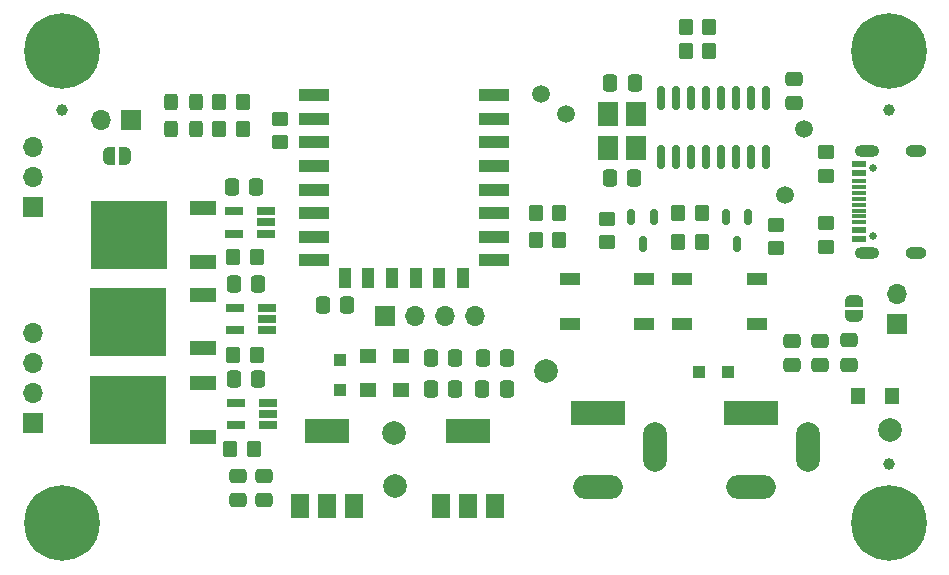
<source format=gts>
%TF.GenerationSoftware,KiCad,Pcbnew,7.0.6-1.fc37*%
%TF.CreationDate,2023-08-13T21:26:51-07:00*%
%TF.ProjectId,iot_led_strip_pcb,696f745f-6c65-4645-9f73-747269705f70,rev?*%
%TF.SameCoordinates,Original*%
%TF.FileFunction,Soldermask,Top*%
%TF.FilePolarity,Negative*%
%FSLAX46Y46*%
G04 Gerber Fmt 4.6, Leading zero omitted, Abs format (unit mm)*
G04 Created by KiCad (PCBNEW 7.0.6-1.fc37) date 2023-08-13 21:26:51*
%MOMM*%
%LPD*%
G01*
G04 APERTURE LIST*
G04 Aperture macros list*
%AMRoundRect*
0 Rectangle with rounded corners*
0 $1 Rounding radius*
0 $2 $3 $4 $5 $6 $7 $8 $9 X,Y pos of 4 corners*
0 Add a 4 corners polygon primitive as box body*
4,1,4,$2,$3,$4,$5,$6,$7,$8,$9,$2,$3,0*
0 Add four circle primitives for the rounded corners*
1,1,$1+$1,$2,$3*
1,1,$1+$1,$4,$5*
1,1,$1+$1,$6,$7*
1,1,$1+$1,$8,$9*
0 Add four rect primitives between the rounded corners*
20,1,$1+$1,$2,$3,$4,$5,0*
20,1,$1+$1,$4,$5,$6,$7,0*
20,1,$1+$1,$6,$7,$8,$9,0*
20,1,$1+$1,$8,$9,$2,$3,0*%
%AMFreePoly0*
4,1,19,0.500000,-0.750000,0.000000,-0.750000,0.000000,-0.744911,-0.071157,-0.744911,-0.207708,-0.704816,-0.327430,-0.627875,-0.420627,-0.520320,-0.479746,-0.390866,-0.500000,-0.250000,-0.500000,0.250000,-0.479746,0.390866,-0.420627,0.520320,-0.327430,0.627875,-0.207708,0.704816,-0.071157,0.744911,0.000000,0.744911,0.000000,0.750000,0.500000,0.750000,0.500000,-0.750000,0.500000,-0.750000,
$1*%
%AMFreePoly1*
4,1,19,0.000000,0.744911,0.071157,0.744911,0.207708,0.704816,0.327430,0.627875,0.420627,0.520320,0.479746,0.390866,0.500000,0.250000,0.500000,-0.250000,0.479746,-0.390866,0.420627,-0.520320,0.327430,-0.627875,0.207708,-0.704816,0.071157,-0.744911,0.000000,-0.744911,0.000000,-0.750000,-0.500000,-0.750000,-0.500000,0.750000,0.000000,0.750000,0.000000,0.744911,0.000000,0.744911,
$1*%
G04 Aperture macros list end*
%ADD10R,1.560000X0.650000*%
%ADD11R,1.700000X1.700000*%
%ADD12O,1.700000X1.700000*%
%ADD13RoundRect,0.250000X0.350000X0.450000X-0.350000X0.450000X-0.350000X-0.450000X0.350000X-0.450000X0*%
%ADD14C,1.500000*%
%ADD15RoundRect,0.250000X-0.350000X-0.450000X0.350000X-0.450000X0.350000X0.450000X-0.350000X0.450000X0*%
%ADD16RoundRect,0.250000X0.337500X0.475000X-0.337500X0.475000X-0.337500X-0.475000X0.337500X-0.475000X0*%
%ADD17R,1.400000X1.300000*%
%ADD18FreePoly0,180.000000*%
%ADD19FreePoly1,180.000000*%
%ADD20RoundRect,0.250000X-0.475000X0.337500X-0.475000X-0.337500X0.475000X-0.337500X0.475000X0.337500X0*%
%ADD21C,2.000000*%
%ADD22RoundRect,0.250000X0.475000X-0.337500X0.475000X0.337500X-0.475000X0.337500X-0.475000X-0.337500X0*%
%ADD23R,1.700000X1.000000*%
%ADD24RoundRect,0.250000X-0.325000X-0.450000X0.325000X-0.450000X0.325000X0.450000X-0.325000X0.450000X0*%
%ADD25RoundRect,0.150000X-0.150000X0.512500X-0.150000X-0.512500X0.150000X-0.512500X0.150000X0.512500X0*%
%ADD26R,2.200000X1.200000*%
%ADD27R,6.400000X5.800000*%
%ADD28R,4.600000X2.000000*%
%ADD29O,4.200000X2.000000*%
%ADD30O,2.000000X4.200000*%
%ADD31R,2.500000X1.000000*%
%ADD32R,1.000000X1.800000*%
%ADD33R,1.800000X2.100000*%
%ADD34RoundRect,0.250000X0.450000X-0.350000X0.450000X0.350000X-0.450000X0.350000X-0.450000X-0.350000X0*%
%ADD35C,0.800000*%
%ADD36C,6.400000*%
%ADD37RoundRect,0.150000X-0.150000X0.825000X-0.150000X-0.825000X0.150000X-0.825000X0.150000X0.825000X0*%
%ADD38R,1.000000X1.000000*%
%ADD39RoundRect,0.250000X-0.337500X-0.475000X0.337500X-0.475000X0.337500X0.475000X-0.337500X0.475000X0*%
%ADD40R,1.500000X2.000000*%
%ADD41R,3.800000X2.000000*%
%ADD42FreePoly0,90.000000*%
%ADD43FreePoly1,90.000000*%
%ADD44RoundRect,0.250000X-0.450000X0.350000X-0.450000X-0.350000X0.450000X-0.350000X0.450000X0.350000X0*%
%ADD45C,1.000000*%
%ADD46R,1.300000X1.400000*%
%ADD47C,0.649987*%
%ADD48O,2.100000X1.000000*%
%ADD49O,1.800000X1.000000*%
%ADD50R,1.240005X0.600000*%
%ADD51R,1.240005X0.300000*%
G04 APERTURE END LIST*
D10*
%TO.C,U8*%
X57250000Y-80450000D03*
X57250000Y-79500000D03*
X57250000Y-78550000D03*
X54550000Y-78550000D03*
X54550000Y-80450000D03*
%TD*%
D11*
%TO.C,J4*%
X37500000Y-96500000D03*
D12*
X37500000Y-93960000D03*
X37500000Y-91420000D03*
X37500000Y-88880000D03*
%TD*%
D13*
%TO.C,R9*%
X94800000Y-63000000D03*
X92800000Y-63000000D03*
%TD*%
D14*
%TO.C,TP2*%
X101200000Y-77200000D03*
%TD*%
D15*
%TO.C,R12*%
X53300000Y-69300000D03*
X55300000Y-69300000D03*
%TD*%
%TO.C,R13*%
X53300000Y-71600000D03*
X55300000Y-71600000D03*
%TD*%
D16*
%TO.C,C16*%
X73300000Y-93600000D03*
X71225000Y-93600000D03*
%TD*%
%TO.C,C3*%
X88437500Y-75746800D03*
X86362500Y-75746800D03*
%TD*%
D14*
%TO.C,TP3*%
X82650000Y-70350000D03*
%TD*%
D17*
%TO.C,D5*%
X65860970Y-93731250D03*
X65860970Y-90831250D03*
%TD*%
D18*
%TO.C,JP3*%
X45300000Y-73900000D03*
D19*
X44000000Y-73900000D03*
%TD*%
D20*
%TO.C,C1*%
X102000000Y-67325000D03*
X102000000Y-69400000D03*
%TD*%
D21*
%TO.C,TP8*%
X81000000Y-92100000D03*
%TD*%
D13*
%TO.C,R8*%
X94800000Y-65000000D03*
X92800000Y-65000000D03*
%TD*%
D16*
%TO.C,C14*%
X56437500Y-76500000D03*
X54362500Y-76500000D03*
%TD*%
D22*
%TO.C,C10*%
X54900000Y-103037500D03*
X54900000Y-100962500D03*
%TD*%
D21*
%TO.C,TP6*%
X68200000Y-101800000D03*
%TD*%
D23*
%TO.C,SW1*%
X89300000Y-88100000D03*
X83000000Y-88100000D03*
X89300000Y-84300000D03*
X83000000Y-84300000D03*
%TD*%
D13*
%TO.C,R7*%
X82100000Y-81000000D03*
X80100000Y-81000000D03*
%TD*%
D11*
%TO.C,JP4*%
X45800000Y-70800000D03*
D12*
X43260000Y-70800000D03*
%TD*%
D24*
%TO.C,D3*%
X49250000Y-69300000D03*
X51300000Y-69300000D03*
%TD*%
D10*
%TO.C,U7*%
X57450000Y-96700000D03*
X57450000Y-95750000D03*
X57450000Y-94800000D03*
X54750000Y-94800000D03*
X54750000Y-96700000D03*
%TD*%
D13*
%TO.C,R16*%
X56500000Y-82400000D03*
X54500000Y-82400000D03*
%TD*%
D25*
%TO.C,Q1*%
X90100000Y-79062500D03*
X88200000Y-79062500D03*
X89150000Y-81337500D03*
%TD*%
D22*
%TO.C,C15*%
X106600000Y-91575000D03*
X106600000Y-89500000D03*
%TD*%
D16*
%TO.C,C13*%
X56600000Y-92800000D03*
X54525000Y-92800000D03*
%TD*%
D26*
%TO.C,Q5*%
X51925000Y-82855000D03*
D27*
X45625000Y-80575000D03*
D26*
X51925000Y-78295000D03*
%TD*%
D11*
%TO.C,J5*%
X67360000Y-87400000D03*
D12*
X69900000Y-87400000D03*
X72440000Y-87400000D03*
X74980000Y-87400000D03*
%TD*%
D14*
%TO.C,TP1*%
X102800000Y-71600000D03*
%TD*%
D28*
%TO.C,J3*%
X85350000Y-95650000D03*
D29*
X85350000Y-101950000D03*
D30*
X90150000Y-98550000D03*
%TD*%
D13*
%TO.C,R14*%
X56500000Y-90700000D03*
X54500000Y-90700000D03*
%TD*%
D31*
%TO.C,U3*%
X61332500Y-68724500D03*
X61332500Y-70724500D03*
X61332500Y-72724500D03*
X61332500Y-74724500D03*
X61332500Y-76724500D03*
X61332500Y-78724500D03*
X61332500Y-80724500D03*
X61332500Y-82724500D03*
D32*
X63932500Y-84224500D03*
X65932500Y-84224500D03*
X67932500Y-84224500D03*
X69932500Y-84224500D03*
X71932500Y-84224500D03*
X73932500Y-84224500D03*
D31*
X76532500Y-82724500D03*
X76532500Y-80724500D03*
X76532500Y-78724500D03*
X76532500Y-76724500D03*
X76532500Y-74724500D03*
X76532500Y-72724500D03*
X76532500Y-70724500D03*
X76532500Y-68724500D03*
%TD*%
D17*
%TO.C,D6*%
X68662500Y-93731250D03*
X68662500Y-90831250D03*
%TD*%
D33*
%TO.C,Y1*%
X86250000Y-70296800D03*
X86250000Y-73196800D03*
X88550000Y-73196800D03*
X88550000Y-70296800D03*
%TD*%
D34*
%TO.C,R3*%
X104644881Y-75555117D03*
X104644881Y-73555117D03*
%TD*%
D35*
%TO.C,H4*%
X107600000Y-105000000D03*
X108302944Y-103302944D03*
X108302944Y-106697056D03*
X110000000Y-102600000D03*
D36*
X110000000Y-105000000D03*
D35*
X110000000Y-107400000D03*
X111697056Y-103302944D03*
X111697056Y-106697056D03*
X112400000Y-105000000D03*
%TD*%
D37*
%TO.C,U1*%
X99620000Y-69000000D03*
X98350000Y-69000000D03*
X97080000Y-69000000D03*
X95810000Y-69000000D03*
X94540000Y-69000000D03*
X93270000Y-69000000D03*
X92000000Y-69000000D03*
X90730000Y-69000000D03*
X90730000Y-73950000D03*
X92000000Y-73950000D03*
X93270000Y-73950000D03*
X94540000Y-73950000D03*
X95810000Y-73950000D03*
X97080000Y-73950000D03*
X98350000Y-73950000D03*
X99620000Y-73950000D03*
%TD*%
D21*
%TO.C,TP7*%
X68100000Y-97300000D03*
%TD*%
D22*
%TO.C,C5*%
X101800000Y-91600000D03*
X101800000Y-89525000D03*
%TD*%
D38*
%TO.C,D7*%
X96400000Y-92200000D03*
X93900000Y-92200000D03*
%TD*%
D16*
%TO.C,C7*%
X73262500Y-91000000D03*
X71187500Y-91000000D03*
%TD*%
D10*
%TO.C,U6*%
X57350000Y-88650000D03*
X57350000Y-87700000D03*
X57350000Y-86750000D03*
X54650000Y-86750000D03*
X54650000Y-88650000D03*
%TD*%
D39*
%TO.C,C4*%
X62062500Y-86500000D03*
X64137500Y-86500000D03*
%TD*%
D14*
%TO.C,TP4*%
X80550000Y-68650000D03*
%TD*%
D34*
%TO.C,R11*%
X100450000Y-81700000D03*
X100450000Y-79700000D03*
%TD*%
D11*
%TO.C,J7*%
X37500000Y-78200000D03*
D12*
X37500000Y-75660000D03*
X37500000Y-73120000D03*
%TD*%
D40*
%TO.C,U4*%
X72050000Y-103500000D03*
X74350000Y-103500000D03*
D41*
X74350000Y-97200000D03*
D40*
X76650000Y-103500000D03*
%TD*%
D13*
%TO.C,R2*%
X94150000Y-81200000D03*
X92150000Y-81200000D03*
%TD*%
D24*
%TO.C,D1*%
X49250000Y-71600000D03*
X51300000Y-71600000D03*
%TD*%
D38*
%TO.C,D8*%
X63562500Y-91181250D03*
X63562500Y-93681250D03*
%TD*%
D21*
%TO.C,TP5*%
X110100000Y-97100000D03*
%TD*%
D42*
%TO.C,JP2*%
X107072163Y-87432170D03*
D43*
X107072163Y-86132170D03*
%TD*%
D16*
%TO.C,C12*%
X56600000Y-84700000D03*
X54525000Y-84700000D03*
%TD*%
D26*
%TO.C,Q4*%
X51900000Y-97680000D03*
D27*
X45600000Y-95400000D03*
D26*
X51900000Y-93120000D03*
%TD*%
D39*
%TO.C,C2*%
X86400000Y-67746800D03*
X88475000Y-67746800D03*
%TD*%
D22*
%TO.C,C11*%
X57102000Y-103037500D03*
X57102000Y-100962500D03*
%TD*%
D35*
%TO.C,H1*%
X37600000Y-65000000D03*
X38302944Y-63302944D03*
X38302944Y-66697056D03*
X40000000Y-62600000D03*
D36*
X40000000Y-65000000D03*
D35*
X40000000Y-67400000D03*
X41697056Y-63302944D03*
X41697056Y-66697056D03*
X42400000Y-65000000D03*
%TD*%
D44*
%TO.C,R10*%
X86150000Y-79200000D03*
X86150000Y-81200000D03*
%TD*%
D45*
%TO.C,FID3*%
X110000000Y-70000000D03*
%TD*%
D22*
%TO.C,C6*%
X104200000Y-91600000D03*
X104200000Y-89525000D03*
%TD*%
D46*
%TO.C,D4*%
X110250000Y-94200000D03*
X107350000Y-94200000D03*
%TD*%
D23*
%TO.C,SW2*%
X98800000Y-88100000D03*
X92500000Y-88100000D03*
X98800000Y-84300000D03*
X92500000Y-84300000D03*
%TD*%
D39*
%TO.C,C8*%
X75550000Y-93600000D03*
X77625000Y-93600000D03*
%TD*%
D26*
%TO.C,Q3*%
X51900000Y-90180000D03*
D27*
X45600000Y-87900000D03*
D26*
X51900000Y-85620000D03*
%TD*%
D25*
%TO.C,Q2*%
X98100000Y-79062500D03*
X96200000Y-79062500D03*
X97150000Y-81337500D03*
%TD*%
D35*
%TO.C,H3*%
X37600000Y-105000000D03*
X38302944Y-103302944D03*
X38302944Y-106697056D03*
X40000000Y-102600000D03*
D36*
X40000000Y-105000000D03*
D35*
X40000000Y-107400000D03*
X41697056Y-103302944D03*
X41697056Y-106697056D03*
X42400000Y-105000000D03*
%TD*%
D15*
%TO.C,R1*%
X92150000Y-78700000D03*
X94150000Y-78700000D03*
%TD*%
D35*
%TO.C,H2*%
X107600000Y-65000000D03*
X108302944Y-63302944D03*
X108302944Y-66697056D03*
X110000000Y-62600000D03*
D36*
X110000000Y-65000000D03*
D35*
X110000000Y-67400000D03*
X111697056Y-63302944D03*
X111697056Y-66697056D03*
X112400000Y-65000000D03*
%TD*%
D39*
%TO.C,C9*%
X75587500Y-91000000D03*
X77662500Y-91000000D03*
%TD*%
D13*
%TO.C,R5*%
X82100000Y-78700000D03*
X80100000Y-78700000D03*
%TD*%
D11*
%TO.C,JP1*%
X110644881Y-88095117D03*
D12*
X110644881Y-85555117D03*
%TD*%
D45*
%TO.C,FID1*%
X110000000Y-100000000D03*
%TD*%
%TO.C,FID2*%
X40000000Y-70000000D03*
%TD*%
D47*
%TO.C,J1*%
X108619939Y-80649987D03*
X108619939Y-74860046D03*
D48*
X108120066Y-82070104D03*
X108120066Y-73430023D03*
D49*
X112300152Y-73430023D03*
X112300152Y-82070104D03*
D50*
X107500051Y-80949962D03*
X107500051Y-80150114D03*
D51*
X107500051Y-79000000D03*
X107500051Y-78000000D03*
X107500051Y-77500127D03*
X107500051Y-76500127D03*
D50*
X107500051Y-74550165D03*
X107500051Y-75350013D03*
D51*
X107500051Y-76000000D03*
X107500051Y-77000000D03*
X107500051Y-78500127D03*
X107500051Y-79500127D03*
%TD*%
D44*
%TO.C,R4*%
X104644881Y-79555117D03*
X104644881Y-81555117D03*
%TD*%
D13*
%TO.C,R15*%
X56200000Y-98700000D03*
X54200000Y-98700000D03*
%TD*%
D40*
%TO.C,U5*%
X60100000Y-103500000D03*
X62400000Y-103500000D03*
D41*
X62400000Y-97200000D03*
D40*
X64700000Y-103500000D03*
%TD*%
D44*
%TO.C,R6*%
X58432500Y-70724500D03*
X58432500Y-72724500D03*
%TD*%
D28*
%TO.C,J2*%
X98350000Y-95650000D03*
D29*
X98350000Y-101950000D03*
D30*
X103150000Y-98550000D03*
%TD*%
M02*

</source>
